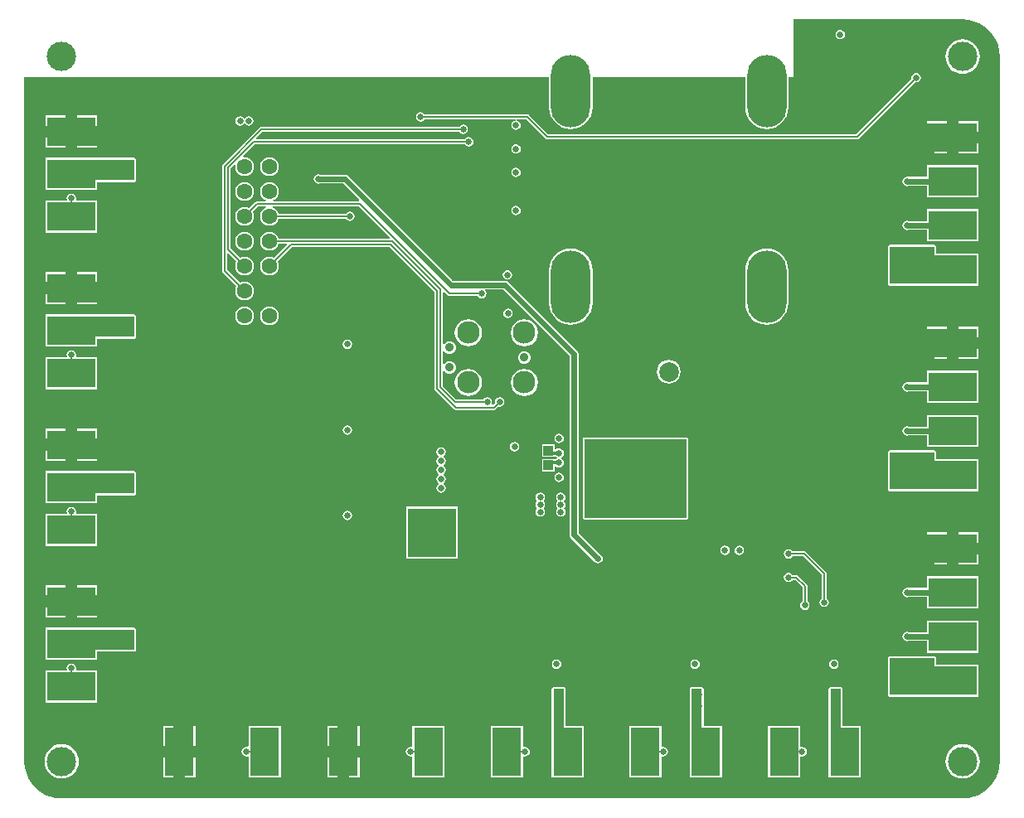
<source format=gbl>
%FSLAX25Y25*%
%MOIN*%
G70*
G01*
G75*
G04 Layer_Physical_Order=4*
G04 Layer_Color=16711680*
%ADD10C,0.00787*%
%ADD11R,0.02362X0.03543*%
%ADD12R,0.03543X0.02362*%
%ADD13R,0.07087X0.03543*%
%ADD14R,0.15354X0.07087*%
%ADD15R,0.21654X0.05118*%
%ADD16R,0.02756X0.02362*%
%ADD17R,0.03937X0.06693*%
%ADD18R,0.02165X0.00984*%
%ADD19R,0.02362X0.02756*%
%ADD20R,0.03827X0.03158*%
%ADD21R,0.06693X0.06693*%
%ADD22R,0.03150X0.01181*%
%ADD23R,0.01181X0.03150*%
%ADD24R,0.06102X0.02362*%
%ADD25R,0.03543X0.05906*%
%ADD26R,0.05906X0.03543*%
%ADD27R,0.19685X0.19685*%
%ADD28R,0.06693X0.14567*%
%ADD29R,0.07087X0.29528*%
%ADD30R,0.03937X0.03543*%
%ADD31R,0.01575X0.03150*%
%ADD32R,0.15354X0.24410*%
%ADD33R,0.12992X0.17323*%
%ADD34R,0.07087X0.15354*%
%ADD35R,0.05118X0.21654*%
%ADD36C,0.03150*%
%ADD37R,0.04921X0.04803*%
%ADD38R,0.02756X0.05118*%
%ADD39R,0.04724X0.13386*%
%ADD40R,0.02362X0.04134*%
%ADD41C,0.02362*%
%ADD42C,0.02559*%
%ADD43C,0.01181*%
%ADD44C,0.00984*%
%ADD45C,0.03543*%
%ADD46C,0.01575*%
%ADD47C,0.03150*%
%ADD48C,0.04724*%
%ADD49C,0.02756*%
%ADD50C,0.02165*%
%ADD51C,0.01772*%
%ADD52R,0.06200X0.09744*%
%ADD53R,0.06200X0.17300*%
%ADD54R,0.04035X0.13976*%
%ADD55R,0.13976X0.04035*%
%ADD56C,0.07874*%
%ADD57C,0.06299*%
%ADD58C,0.03543*%
%ADD59C,0.09055*%
%ADD60O,0.15748X0.29134*%
%ADD61C,0.11811*%
%ADD62C,0.02559*%
%ADD63C,0.04000*%
%ADD64C,0.10630*%
%ADD65C,0.06693*%
%ADD66C,0.12008*%
%ADD67O,0.18504X0.31890*%
%ADD68C,0.14567*%
%ADD69C,0.03543*%
%ADD70C,0.01969*%
%ADD71R,0.19685X0.11811*%
%ADD72R,0.11811X0.19685*%
%ADD73R,0.03937X0.03937*%
%ADD74R,0.19685X0.19685*%
%ADD75R,0.17421X0.08465*%
%ADD76R,0.17815X0.04429*%
%ADD77R,0.17815X0.04429*%
%ADD78R,0.17421X0.08465*%
%ADD79R,0.17815X0.04429*%
%ADD80R,0.17421X0.08465*%
%ADD81R,0.17421X0.08465*%
%ADD82R,0.17815X0.04429*%
%ADD83R,0.04429X0.17815*%
%ADD84R,0.04429X0.17815*%
%ADD85R,0.04429X0.16043*%
%ADD86R,0.17913X0.15157*%
G36*
X183442Y156505D02*
X185724Y155957D01*
X187893Y155059D01*
X189894Y153833D01*
X191679Y152308D01*
X193203Y150524D01*
X194429Y148523D01*
X195327Y146354D01*
X195875Y144072D01*
X196056Y141774D01*
X196048Y141733D01*
Y141732D01*
X196048D01*
X196048Y141732D01*
Y-141732D01*
X196048Y-141732D01*
X196048D01*
X196056Y-141774D01*
X195875Y-144072D01*
X195327Y-146354D01*
X194429Y-148523D01*
X193203Y-150524D01*
X191679Y-152308D01*
X189894Y-153833D01*
X187893Y-155059D01*
X185724Y-155957D01*
X183442Y-156505D01*
X181144Y-156686D01*
X181102Y-156677D01*
X-181102D01*
X-181144Y-156686D01*
X-183442Y-156505D01*
X-185724Y-155957D01*
X-187893Y-155059D01*
X-189894Y-153833D01*
X-191679Y-152308D01*
X-193203Y-150524D01*
X-194429Y-148523D01*
X-195327Y-146354D01*
X-195875Y-144072D01*
X-196056Y-141774D01*
X-196048Y-141732D01*
Y133366D01*
X14919D01*
Y121260D01*
X15086Y119562D01*
X15581Y117929D01*
X16385Y116424D01*
X17468Y115106D01*
X18787Y114023D01*
X20291Y113219D01*
X21924Y112724D01*
X23622Y112556D01*
X25320Y112724D01*
X26953Y113219D01*
X28457Y114023D01*
X29776Y115106D01*
X30858Y116424D01*
X31663Y117929D01*
X32158Y119562D01*
X32325Y121260D01*
Y133366D01*
X93659D01*
Y121260D01*
X93826Y119562D01*
X94321Y117929D01*
X95126Y116424D01*
X96208Y115106D01*
X97527Y114023D01*
X99032Y113219D01*
X100664Y112724D01*
X102362Y112556D01*
X104060Y112724D01*
X105693Y113219D01*
X107197Y114023D01*
X108516Y115106D01*
X109599Y116424D01*
X110403Y117929D01*
X110898Y119562D01*
X111065Y121260D01*
Y133366D01*
X113287D01*
Y150492D01*
Y156678D01*
X181102D01*
X181103Y156678D01*
Y156678D01*
X181144Y156686D01*
X183442Y156505D01*
D02*
G37*
%LPC*%
G36*
X91339Y-54885D02*
X90609Y-55030D01*
X89990Y-55443D01*
X89577Y-56062D01*
X89432Y-56791D01*
X89577Y-57521D01*
X89990Y-58140D01*
X90609Y-58553D01*
X91339Y-58698D01*
X92068Y-58553D01*
X92687Y-58140D01*
X93100Y-57521D01*
X93245Y-56791D01*
X93100Y-56062D01*
X92687Y-55443D01*
X92068Y-55030D01*
X91339Y-54885D01*
D02*
G37*
G36*
X85630D02*
X84900Y-55030D01*
X84282Y-55443D01*
X83868Y-56062D01*
X83723Y-56791D01*
X83868Y-57521D01*
X84282Y-58140D01*
X84900Y-58553D01*
X85630Y-58698D01*
X86360Y-58553D01*
X86978Y-58140D01*
X87392Y-57521D01*
X87537Y-56791D01*
X87392Y-56062D01*
X86978Y-55443D01*
X86360Y-55030D01*
X85630Y-54885D01*
D02*
G37*
G36*
X-21752Y-39272D02*
X-42618D01*
Y-60138D01*
X-21752D01*
Y-39272D01*
D02*
G37*
G36*
X187598Y-49606D02*
X179528D01*
Y-53740D01*
X187598D01*
Y-49606D01*
D02*
G37*
G36*
X174803D02*
X166732D01*
Y-53740D01*
X174803D01*
Y-49606D01*
D02*
G37*
G36*
X-177165Y-39432D02*
X-177895Y-39577D01*
X-178514Y-39990D01*
X-178927Y-40609D01*
X-179072Y-41339D01*
X-178992Y-41739D01*
X-179309Y-42126D01*
X-187599D01*
Y-55118D01*
X-166732D01*
Y-42126D01*
X-175021D01*
X-175338Y-41739D01*
X-175259Y-41339D01*
X-175404Y-40609D01*
X-175817Y-39990D01*
X-176436Y-39577D01*
X-177165Y-39432D01*
D02*
G37*
G36*
X187598Y-58465D02*
X179528D01*
Y-62598D01*
X187598D01*
Y-58465D01*
D02*
G37*
G36*
X-179528Y-70866D02*
X-187599D01*
Y-75000D01*
X-179528D01*
Y-70866D01*
D02*
G37*
G36*
X111122Y-56361D02*
X110392Y-56506D01*
X109774Y-56919D01*
X109361Y-57538D01*
X109215Y-58268D01*
X109361Y-58997D01*
X109774Y-59616D01*
X110392Y-60029D01*
X111122Y-60174D01*
X111852Y-60029D01*
X112470Y-59616D01*
X112701Y-59271D01*
X117104D01*
X124489Y-66656D01*
Y-73819D01*
X124489Y-73819D01*
X124489D01*
X124489Y-73819D01*
Y-76177D01*
X124144Y-76408D01*
X123731Y-77026D01*
X123585Y-77756D01*
X123731Y-78486D01*
X124144Y-79104D01*
X124762Y-79518D01*
X125492Y-79663D01*
X126222Y-79518D01*
X126840Y-79104D01*
X127254Y-78486D01*
X127399Y-77756D01*
X127254Y-77026D01*
X126840Y-76408D01*
X126496Y-76177D01*
Y-73819D01*
X126496Y-73819D01*
Y-66240D01*
X126419Y-65856D01*
X126202Y-65531D01*
X118229Y-57558D01*
X117904Y-57341D01*
X117520Y-57264D01*
X112701D01*
X112470Y-56919D01*
X111852Y-56506D01*
X111122Y-56361D01*
D02*
G37*
G36*
Y-65810D02*
X110392Y-65955D01*
X109774Y-66368D01*
X109361Y-66987D01*
X109215Y-67716D01*
X109361Y-68446D01*
X109774Y-69065D01*
X110392Y-69478D01*
X111122Y-69623D01*
X111852Y-69478D01*
X112470Y-69065D01*
X112701Y-68720D01*
X113758D01*
X116713Y-71675D01*
Y-77358D01*
X116368Y-77589D01*
X115955Y-78207D01*
X115810Y-78937D01*
X115955Y-79667D01*
X116368Y-80285D01*
X116987Y-80699D01*
X117717Y-80844D01*
X118446Y-80699D01*
X119065Y-80285D01*
X119478Y-79667D01*
X119623Y-78937D01*
X119478Y-78207D01*
X119065Y-77589D01*
X118720Y-77358D01*
Y-71260D01*
X118656Y-70939D01*
X118644Y-70876D01*
X118426Y-70550D01*
X114883Y-67007D01*
X114557Y-66789D01*
X114173Y-66713D01*
X112701D01*
X112470Y-66368D01*
X111852Y-65955D01*
X111122Y-65810D01*
D02*
G37*
G36*
X174803Y-58465D02*
X166732D01*
Y-62598D01*
X174803D01*
Y-58465D01*
D02*
G37*
G36*
X187598Y-67323D02*
X166732D01*
Y-72013D01*
X159363D01*
X158858Y-71912D01*
X158129Y-72057D01*
X157510Y-72471D01*
X157097Y-73089D01*
X156951Y-73819D01*
X157097Y-74549D01*
X157510Y-75167D01*
X158129Y-75581D01*
X158858Y-75726D01*
X159363Y-75625D01*
X166732D01*
Y-80315D01*
X187598D01*
Y-67323D01*
D02*
G37*
G36*
X-166732Y-70866D02*
X-174803D01*
Y-75000D01*
X-166732D01*
Y-70866D01*
D02*
G37*
G36*
X17126Y-14173D02*
X12008D01*
Y-19291D01*
X17126D01*
Y-19291D01*
X17750Y-19291D01*
X18103Y-19645D01*
Y-19931D01*
X17549Y-20301D01*
X17549Y-20301D01*
Y-20301D01*
X17473Y-20327D01*
X17126Y-20079D01*
Y-20079D01*
X12008D01*
Y-25197D01*
X17126D01*
Y-23281D01*
X17392Y-23103D01*
X17567Y-23010D01*
X18168Y-23411D01*
X18898Y-23556D01*
X19627Y-23411D01*
X20246Y-22998D01*
X20659Y-22379D01*
X20804Y-21650D01*
X20659Y-20920D01*
X20246Y-20301D01*
X19692Y-19931D01*
Y-19431D01*
X20246Y-19061D01*
X20659Y-18442D01*
X20804Y-17713D01*
X20659Y-16983D01*
X20246Y-16364D01*
X19627Y-15951D01*
X18898Y-15806D01*
X18168Y-15951D01*
X17567Y-16353D01*
X17392Y-16259D01*
X17126Y-16082D01*
Y-14173D01*
D02*
G37*
G36*
X-166732Y-16732D02*
X-174803D01*
Y-20866D01*
X-166732D01*
Y-16732D01*
D02*
G37*
G36*
X-179528D02*
X-187599D01*
Y-20866D01*
X-179528D01*
Y-16732D01*
D02*
G37*
G36*
X18894Y-9900D02*
X18164Y-10046D01*
X17545Y-10459D01*
X17132Y-11077D01*
X16987Y-11807D01*
X17132Y-12537D01*
X17545Y-13155D01*
X18164Y-13569D01*
X18894Y-13714D01*
X19623Y-13569D01*
X20242Y-13155D01*
X20655Y-12537D01*
X20800Y-11807D01*
X20655Y-11077D01*
X20242Y-10459D01*
X19623Y-10046D01*
X18894Y-9900D01*
D02*
G37*
G36*
X984Y-13349D02*
X255Y-13494D01*
X-364Y-13908D01*
X-777Y-14526D01*
X-922Y-15256D01*
X-777Y-15986D01*
X-364Y-16604D01*
X255Y-17018D01*
X984Y-17163D01*
X1714Y-17018D01*
X2332Y-16604D01*
X2746Y-15986D01*
X2891Y-15256D01*
X2746Y-14526D01*
X2332Y-13908D01*
X1714Y-13494D01*
X984Y-13349D01*
D02*
G37*
G36*
X-28535Y-15416D02*
X-29265Y-15561D01*
X-29884Y-15975D01*
X-30297Y-16593D01*
X-30442Y-17323D01*
X-30297Y-18053D01*
X-29884Y-18671D01*
X-29550Y-18894D01*
Y-19394D01*
X-29884Y-19616D01*
X-30297Y-20235D01*
X-30442Y-20965D01*
X-30297Y-21694D01*
X-29884Y-22313D01*
X-29550Y-22535D01*
Y-23035D01*
X-29884Y-23258D01*
X-30297Y-23877D01*
X-30442Y-24606D01*
X-30297Y-25336D01*
X-29884Y-25955D01*
X-29550Y-26177D01*
Y-26677D01*
X-29884Y-26900D01*
X-30297Y-27518D01*
X-30442Y-28248D01*
X-30297Y-28978D01*
X-29884Y-29596D01*
X-29550Y-29819D01*
Y-30319D01*
X-29884Y-30542D01*
X-30297Y-31160D01*
X-30442Y-31890D01*
X-30297Y-32619D01*
X-29884Y-33238D01*
X-29265Y-33651D01*
X-28535Y-33797D01*
X-27806Y-33651D01*
X-27187Y-33238D01*
X-26774Y-32619D01*
X-26629Y-31890D01*
X-26774Y-31160D01*
X-27187Y-30542D01*
X-27806Y-30128D01*
X-27187Y-29596D01*
D01*
D01*
X-27187Y-29596D01*
X-27187Y-29596D01*
X-27187Y-29596D01*
X-27187Y-29596D01*
D01*
X-26774Y-28978D01*
X-26629Y-28248D01*
X-26774Y-27518D01*
X-27187Y-26900D01*
X-27806Y-26487D01*
X-27187Y-25955D01*
D01*
D01*
X-27187Y-25955D01*
X-27187Y-25954D01*
X-27187Y-25954D01*
X-27187Y-25954D01*
D01*
X-26774Y-25336D01*
X-26629Y-24606D01*
X-26774Y-23877D01*
X-27187Y-23258D01*
X-27806Y-22845D01*
X-27187Y-22313D01*
D01*
D01*
X-27187Y-22313D01*
X-27187Y-22313D01*
X-27187Y-22313D01*
X-27187Y-22313D01*
D01*
X-26774Y-21694D01*
X-26629Y-20965D01*
X-26774Y-20235D01*
X-27187Y-19616D01*
X-27806Y-19203D01*
X-27187Y-18671D01*
D01*
D01*
X-27187Y-18671D01*
X-27187Y-18671D01*
X-27187Y-18671D01*
X-27187Y-18671D01*
D01*
X-26774Y-18053D01*
X-26629Y-17323D01*
X-26774Y-16593D01*
X-27187Y-15975D01*
X-27806Y-15561D01*
X-28535Y-15416D01*
D02*
G37*
G36*
X18894Y-25648D02*
X18164Y-25793D01*
X17545Y-26207D01*
X17132Y-26825D01*
X16987Y-27555D01*
X17132Y-28285D01*
X17545Y-28903D01*
X18164Y-29317D01*
X18894Y-29462D01*
X19623Y-29317D01*
X20242Y-28903D01*
X20655Y-28285D01*
X20800Y-27555D01*
X20655Y-26825D01*
X20242Y-26207D01*
X19623Y-25793D01*
X18894Y-25648D01*
D02*
G37*
G36*
X19587Y-33678D02*
X18857Y-33823D01*
X18238Y-34236D01*
X17825Y-34855D01*
X17680Y-35585D01*
X17825Y-36314D01*
X18238Y-36933D01*
Y-37136D01*
X17825Y-37755D01*
X17680Y-38484D01*
X17825Y-39214D01*
X18238Y-39833D01*
Y-40036D01*
X17825Y-40655D01*
X17680Y-41385D01*
X17825Y-42114D01*
X18238Y-42733D01*
X18857Y-43146D01*
X19587Y-43291D01*
X20316Y-43146D01*
X20935Y-42733D01*
X21348Y-42114D01*
X21493Y-41385D01*
X21348Y-40655D01*
X20935Y-40036D01*
Y-39833D01*
X21348Y-39214D01*
X21493Y-38484D01*
X21348Y-37755D01*
X20935Y-37136D01*
Y-36933D01*
X21348Y-36314D01*
X21493Y-35585D01*
X21348Y-34855D01*
X20935Y-34236D01*
X20316Y-33823D01*
X19587Y-33678D01*
D02*
G37*
G36*
X70276Y-11565D02*
X29134D01*
X29017Y-11614D01*
X28543D01*
Y-12087D01*
X28495Y-12205D01*
Y-43898D01*
X28682Y-44350D01*
X29134Y-44537D01*
X70276D01*
X70728Y-44350D01*
X70915Y-43898D01*
Y-12205D01*
X70728Y-11753D01*
X70276Y-11565D01*
D02*
G37*
G36*
X-66142Y-41007D02*
X-66872Y-41152D01*
X-67490Y-41565D01*
X-67903Y-42184D01*
X-68049Y-42913D01*
X-67903Y-43643D01*
X-67490Y-44262D01*
X-66872Y-44675D01*
X-66142Y-44820D01*
X-65412Y-44675D01*
X-64794Y-44262D01*
X-64380Y-43643D01*
X-64235Y-42913D01*
X-64380Y-42184D01*
X-64794Y-41565D01*
X-65412Y-41152D01*
X-66142Y-41007D01*
D02*
G37*
G36*
X169783Y-16684D02*
X151870D01*
X151418Y-16871D01*
X151231Y-17323D01*
Y-32480D01*
X151418Y-32932D01*
X151870Y-33119D01*
X169783D01*
X169901Y-33071D01*
X187598D01*
Y-20079D01*
X170423D01*
Y-17323D01*
X170235Y-16871D01*
X169783Y-16684D01*
D02*
G37*
G36*
X-151870Y-24951D02*
X-169291D01*
X-169409Y-25000D01*
X-187599D01*
Y-37992D01*
X-166732D01*
Y-34694D01*
X-151870D01*
X-151418Y-34507D01*
X-151231Y-34055D01*
Y-25591D01*
X-151418Y-25139D01*
X-151870Y-24951D01*
D02*
G37*
G36*
X11319Y-33678D02*
X10589Y-33823D01*
X9971Y-34236D01*
X9557Y-34855D01*
X9412Y-35584D01*
X9557Y-36314D01*
X9971Y-36933D01*
Y-37136D01*
X9557Y-37755D01*
X9412Y-38484D01*
X9557Y-39214D01*
X9971Y-39832D01*
Y-40036D01*
X9557Y-40655D01*
X9412Y-41384D01*
X9557Y-42114D01*
X9971Y-42733D01*
X10589Y-43146D01*
X11319Y-43291D01*
X12049Y-43146D01*
X12667Y-42733D01*
X13081Y-42114D01*
X13226Y-41384D01*
X13081Y-40655D01*
X12667Y-40036D01*
Y-39832D01*
X13081Y-39214D01*
X13226Y-38484D01*
X13081Y-37755D01*
X12667Y-37136D01*
Y-36933D01*
X13081Y-36314D01*
X13226Y-35584D01*
X13081Y-34855D01*
X12667Y-34236D01*
X12049Y-33823D01*
X11319Y-33678D01*
D02*
G37*
G36*
X-166732Y-79724D02*
X-174803D01*
Y-83858D01*
X-166732D01*
Y-79724D01*
D02*
G37*
G36*
X4429Y-127362D02*
X-8563D01*
Y-148228D01*
X4429D01*
Y-139939D01*
X4816Y-139622D01*
X5217Y-139702D01*
X5946Y-139557D01*
X6565Y-139144D01*
X6978Y-138525D01*
X7123Y-137795D01*
X6978Y-137066D01*
X6565Y-136447D01*
X5946Y-136034D01*
X5217Y-135889D01*
X4816Y-135968D01*
X4429Y-135651D01*
Y-127362D01*
D02*
G37*
G36*
X132283Y-111861D02*
X127854D01*
X127402Y-112048D01*
X127215Y-112500D01*
Y-128543D01*
X127264Y-128661D01*
Y-148228D01*
X140256D01*
Y-127362D01*
X132923D01*
Y-112500D01*
X132736Y-112048D01*
X132283Y-111861D01*
D02*
G37*
G36*
X76477D02*
X72047D01*
X71595Y-112048D01*
X71408Y-112500D01*
Y-128543D01*
X71457Y-128661D01*
Y-148228D01*
X84449D01*
Y-127362D01*
X77116D01*
Y-112500D01*
X76928Y-112048D01*
X76477Y-111861D01*
D02*
G37*
G36*
X-93012Y-127362D02*
X-106004D01*
Y-135651D01*
X-106390Y-135968D01*
X-106791Y-135889D01*
X-107521Y-136034D01*
X-108140Y-136447D01*
X-108553Y-137066D01*
X-108698Y-137795D01*
X-108553Y-138525D01*
X-108140Y-139144D01*
X-107521Y-139557D01*
X-106791Y-139702D01*
X-106390Y-139622D01*
X-106004Y-139939D01*
Y-148228D01*
X-93012D01*
Y-127362D01*
D02*
G37*
G36*
X115846D02*
X102854D01*
Y-148228D01*
X115846D01*
Y-139939D01*
X116233Y-139622D01*
X116634Y-139702D01*
X117364Y-139557D01*
X117982Y-139144D01*
X118395Y-138525D01*
X118541Y-137795D01*
X118395Y-137066D01*
X117982Y-136447D01*
X117364Y-136034D01*
X116634Y-135889D01*
X116233Y-135968D01*
X115846Y-135651D01*
Y-127362D01*
D02*
G37*
G36*
X60039D02*
X47047D01*
Y-148228D01*
X60039D01*
Y-139939D01*
X60426Y-139622D01*
X60827Y-139702D01*
X61556Y-139557D01*
X62175Y-139144D01*
X62588Y-138525D01*
X62733Y-137795D01*
X62588Y-137066D01*
X62175Y-136447D01*
X61556Y-136034D01*
X60827Y-135889D01*
X60426Y-135968D01*
X60039Y-135651D01*
Y-127362D01*
D02*
G37*
G36*
X20866Y-111861D02*
X16437D01*
X15985Y-112048D01*
X15798Y-112500D01*
Y-128543D01*
X15846Y-128661D01*
Y-148228D01*
X28839D01*
Y-127362D01*
X21505D01*
Y-112500D01*
X21318Y-112048D01*
X20866Y-111861D01*
D02*
G37*
G36*
X-136122Y-140157D02*
X-140256D01*
Y-148228D01*
X-136122D01*
Y-140157D01*
D02*
G37*
G36*
X181103Y-134809D02*
X179752Y-134942D01*
X178453Y-135336D01*
X177256Y-135976D01*
X176207Y-136837D01*
X175346Y-137886D01*
X174706Y-139083D01*
X174312Y-140382D01*
X174179Y-141732D01*
X174312Y-143083D01*
X174706Y-144382D01*
X175346Y-145579D01*
X176207Y-146628D01*
X177256Y-147489D01*
X178453Y-148128D01*
X179752Y-148522D01*
X181103Y-148655D01*
X182453Y-148522D01*
X183752Y-148128D01*
X184949Y-147489D01*
X185998Y-146628D01*
X186859Y-145579D01*
X187499Y-144382D01*
X187892Y-143083D01*
X188026Y-141732D01*
X187892Y-140382D01*
X187499Y-139083D01*
X186859Y-137886D01*
X185998Y-136837D01*
X184949Y-135976D01*
X183752Y-135336D01*
X182453Y-134942D01*
X181103Y-134809D01*
D02*
G37*
G36*
X-181102D02*
X-182453Y-134942D01*
X-183752Y-135336D01*
X-184949Y-135976D01*
X-185998Y-136837D01*
X-186859Y-137886D01*
X-187499Y-139083D01*
X-187892Y-140382D01*
X-188025Y-141732D01*
X-187892Y-143083D01*
X-187499Y-144382D01*
X-186859Y-145579D01*
X-185998Y-146628D01*
X-184949Y-147489D01*
X-183752Y-148128D01*
X-182453Y-148522D01*
X-181102Y-148655D01*
X-179752Y-148522D01*
X-178453Y-148128D01*
X-177256Y-147489D01*
X-176207Y-146628D01*
X-175346Y-145579D01*
X-174706Y-144382D01*
X-174312Y-143083D01*
X-174179Y-141732D01*
X-174312Y-140382D01*
X-174706Y-139083D01*
X-175346Y-137886D01*
X-176207Y-136837D01*
X-177256Y-135976D01*
X-178453Y-135336D01*
X-179752Y-134942D01*
X-181102Y-134809D01*
D02*
G37*
G36*
X-61319Y-140157D02*
X-65453D01*
Y-148228D01*
X-61319D01*
Y-140157D01*
D02*
G37*
G36*
X-70177D02*
X-74311D01*
Y-148228D01*
X-70177D01*
Y-140157D01*
D02*
G37*
G36*
X-127264D02*
X-131398D01*
Y-148228D01*
X-127264D01*
Y-140157D01*
D02*
G37*
G36*
X129331Y-100751D02*
X128601Y-100896D01*
X127982Y-101309D01*
X127569Y-101928D01*
X127424Y-102657D01*
X127569Y-103387D01*
X127982Y-104006D01*
X128601Y-104419D01*
X129331Y-104564D01*
X130060Y-104419D01*
X130679Y-104006D01*
X131092Y-103387D01*
X131237Y-102657D01*
X131092Y-101928D01*
X130679Y-101309D01*
X130060Y-100896D01*
X129331Y-100751D01*
D02*
G37*
G36*
X73622D02*
X72892Y-100896D01*
X72274Y-101309D01*
X71861Y-101928D01*
X71715Y-102657D01*
X71861Y-103387D01*
X72274Y-104006D01*
X72892Y-104419D01*
X73622Y-104564D01*
X74352Y-104419D01*
X74970Y-104006D01*
X75384Y-103387D01*
X75529Y-102657D01*
X75384Y-101928D01*
X74970Y-101309D01*
X74352Y-100896D01*
X73622Y-100751D01*
D02*
G37*
G36*
X17913D02*
X17184Y-100896D01*
X16565Y-101309D01*
X16152Y-101928D01*
X16007Y-102657D01*
X16152Y-103387D01*
X16565Y-104006D01*
X17184Y-104419D01*
X17913Y-104564D01*
X18643Y-104419D01*
X19262Y-104006D01*
X19675Y-103387D01*
X19820Y-102657D01*
X19675Y-101928D01*
X19262Y-101309D01*
X18643Y-100896D01*
X17913Y-100751D01*
D02*
G37*
G36*
X-179528Y-79724D02*
X-187599D01*
Y-83858D01*
X-179528D01*
Y-79724D01*
D02*
G37*
G36*
X187598Y-85039D02*
X166732D01*
Y-89729D01*
X159363D01*
X158858Y-89629D01*
X158129Y-89774D01*
X157510Y-90187D01*
X157097Y-90806D01*
X156951Y-91535D01*
X157097Y-92265D01*
X157510Y-92884D01*
X158129Y-93297D01*
X158858Y-93442D01*
X159363Y-93342D01*
X166732D01*
Y-98032D01*
X187598D01*
Y-85039D01*
D02*
G37*
G36*
X-151870Y-87944D02*
X-169291D01*
X-169409Y-87992D01*
X-187599D01*
Y-100984D01*
X-166732D01*
Y-97686D01*
X-151870D01*
X-151418Y-97499D01*
X-151231Y-97047D01*
Y-88583D01*
X-151418Y-88131D01*
X-151870Y-87944D01*
D02*
G37*
G36*
X169783Y-99361D02*
X151870D01*
X151418Y-99548D01*
X151231Y-100000D01*
Y-115157D01*
X151418Y-115610D01*
X151870Y-115797D01*
X169783D01*
X169901Y-115748D01*
X187598D01*
Y-102756D01*
X170423D01*
Y-100000D01*
X170235Y-99548D01*
X169783Y-99361D01*
D02*
G37*
G36*
X-127264Y-127362D02*
X-131398D01*
Y-135433D01*
X-127264D01*
Y-127362D01*
D02*
G37*
G36*
X-136122D02*
X-140256D01*
Y-135433D01*
X-136122D01*
Y-127362D01*
D02*
G37*
G36*
X-27067D02*
X-40059D01*
Y-135651D01*
X-40446Y-135968D01*
X-40846Y-135889D01*
X-41576Y-136034D01*
X-42195Y-136447D01*
X-42608Y-137066D01*
X-42753Y-137795D01*
X-42608Y-138525D01*
X-42195Y-139144D01*
X-41576Y-139557D01*
X-40846Y-139702D01*
X-40446Y-139622D01*
X-40059Y-139939D01*
Y-148228D01*
X-27067D01*
Y-127362D01*
D02*
G37*
G36*
X-177165Y-102424D02*
X-177895Y-102569D01*
X-178514Y-102982D01*
X-178927Y-103601D01*
X-179072Y-104331D01*
X-178992Y-104732D01*
X-179309Y-105118D01*
X-187599D01*
Y-118110D01*
X-166732D01*
Y-105118D01*
X-175021D01*
X-175338Y-104732D01*
X-175259Y-104331D01*
X-175404Y-103601D01*
X-175817Y-102982D01*
X-176436Y-102569D01*
X-177165Y-102424D01*
D02*
G37*
G36*
X-61319Y-127362D02*
X-65453D01*
Y-135433D01*
X-61319D01*
Y-127362D01*
D02*
G37*
G36*
X-70177D02*
X-74311D01*
Y-135433D01*
X-70177D01*
Y-127362D01*
D02*
G37*
G36*
X-151870Y101033D02*
X-169291D01*
X-169409Y100984D01*
X-187599D01*
Y87992D01*
X-166732D01*
Y91290D01*
X-151870D01*
X-151418Y91477D01*
X-151231Y91929D01*
Y100394D01*
X-151418Y100846D01*
X-151870Y101033D01*
D02*
G37*
G36*
X-107559Y91292D02*
X-108536Y91163D01*
X-109445Y90787D01*
X-110227Y90187D01*
X-110826Y89406D01*
X-111203Y88496D01*
X-111332Y87520D01*
X-111203Y86543D01*
X-110826Y85633D01*
X-110227Y84852D01*
X-109445Y84253D01*
X-108536Y83876D01*
X-107559Y83747D01*
X-106583Y83876D01*
X-105673Y84253D01*
X-104892Y84852D01*
X-104292Y85633D01*
X-103915Y86543D01*
X-103787Y87520D01*
X-103915Y88496D01*
X-104292Y89406D01*
X-104892Y90187D01*
X-105673Y90787D01*
X-106583Y91163D01*
X-107559Y91292D01*
D02*
G37*
G36*
X-77835Y94367D02*
X-78564Y94222D01*
X-79183Y93809D01*
X-79596Y93190D01*
X-79741Y92461D01*
X-79596Y91731D01*
X-79183Y91112D01*
X-78564Y90699D01*
X-77835Y90554D01*
X-77330Y90654D01*
X-68012D01*
X-61402Y84044D01*
X-61593Y83582D01*
X-96010D01*
X-96107Y84073D01*
X-95673Y84253D01*
X-94892Y84852D01*
X-94292Y85633D01*
X-93915Y86543D01*
X-93787Y87520D01*
X-93915Y88496D01*
X-94292Y89406D01*
X-94892Y90187D01*
X-95673Y90787D01*
X-96583Y91163D01*
X-97559Y91292D01*
X-98536Y91163D01*
X-99445Y90787D01*
X-100227Y90187D01*
X-100826Y89406D01*
X-101203Y88496D01*
X-101332Y87520D01*
X-101203Y86543D01*
X-100826Y85633D01*
X-100227Y84852D01*
X-99445Y84253D01*
X-99011Y84073D01*
X-99108Y83582D01*
X-102500D01*
X-102884Y83506D01*
X-103210Y83288D01*
X-105700Y80798D01*
X-106583Y81164D01*
X-107559Y81292D01*
X-108536Y81164D01*
X-109445Y80787D01*
X-110227Y80187D01*
X-110826Y79406D01*
X-111203Y78496D01*
X-111332Y77520D01*
X-111203Y76543D01*
X-110826Y75633D01*
X-110227Y74852D01*
X-109445Y74253D01*
X-108536Y73876D01*
X-107559Y73747D01*
X-106583Y73876D01*
X-105673Y74253D01*
X-104892Y74852D01*
X-104292Y75633D01*
X-103915Y76543D01*
X-103787Y77520D01*
X-103915Y78496D01*
X-104281Y79379D01*
X-102084Y81575D01*
X-98823D01*
X-98725Y81085D01*
X-99445Y80787D01*
X-100227Y80187D01*
X-100826Y79406D01*
X-101203Y78496D01*
X-101332Y77520D01*
X-101203Y76543D01*
X-100826Y75633D01*
X-100227Y74852D01*
X-99445Y74253D01*
X-98536Y73876D01*
X-97559Y73747D01*
X-96583Y73876D01*
X-95673Y74253D01*
X-94892Y74852D01*
X-94292Y75633D01*
X-93927Y76516D01*
X-66736D01*
X-66506Y76171D01*
X-65887Y75758D01*
X-65158Y75613D01*
X-64428Y75758D01*
X-63809Y76171D01*
X-63396Y76790D01*
X-63251Y77520D01*
X-63396Y78249D01*
X-63809Y78868D01*
X-64428Y79281D01*
X-65158Y79426D01*
X-65887Y79281D01*
X-66506Y78868D01*
X-66736Y78523D01*
X-93927D01*
X-94292Y79406D01*
X-94892Y80187D01*
X-95673Y80787D01*
X-96393Y81085D01*
X-96295Y81575D01*
X-61735D01*
X-49144Y68985D01*
X-49336Y68523D01*
X-93927D01*
X-94292Y69406D01*
X-94892Y70187D01*
X-95673Y70787D01*
X-96583Y71163D01*
X-97559Y71292D01*
X-98536Y71163D01*
X-99445Y70787D01*
X-100227Y70187D01*
X-100826Y69406D01*
X-101203Y68496D01*
X-101332Y67520D01*
X-101203Y66543D01*
X-100826Y65633D01*
X-100227Y64852D01*
X-99445Y64253D01*
X-98536Y63876D01*
X-97559Y63747D01*
X-96583Y63876D01*
X-95673Y64253D01*
X-94892Y64852D01*
X-94292Y65633D01*
X-93927Y66516D01*
X-90635D01*
X-90444Y66054D01*
X-95700Y60798D01*
X-96583Y61164D01*
X-97559Y61292D01*
X-98536Y61164D01*
X-99445Y60787D01*
X-100227Y60187D01*
X-100826Y59406D01*
X-101203Y58496D01*
X-101332Y57520D01*
X-101203Y56543D01*
X-100826Y55633D01*
X-100227Y54852D01*
X-99445Y54253D01*
X-98536Y53876D01*
X-97559Y53747D01*
X-96583Y53876D01*
X-95673Y54253D01*
X-94892Y54852D01*
X-94292Y55633D01*
X-93915Y56543D01*
X-93787Y57520D01*
X-93915Y58496D01*
X-94281Y59379D01*
X-88521Y65138D01*
X-49195D01*
X-31122Y47065D01*
Y8189D01*
X-31122Y8189D01*
X-31122D01*
X-31045Y7805D01*
X-30828Y7480D01*
X-23229Y-119D01*
X-22904Y-337D01*
X-22520Y-413D01*
X-7283D01*
X-6899Y-337D01*
X-6574Y-119D01*
X-5426Y1029D01*
X-5020Y948D01*
X-4290Y1093D01*
X-3671Y1506D01*
X-3258Y2125D01*
X-3113Y2854D01*
X-3258Y3584D01*
X-3671Y4203D01*
X-4290Y4616D01*
X-5020Y4761D01*
X-5749Y4616D01*
X-6368Y4203D01*
X-6781Y3584D01*
X-6926Y2854D01*
X-6846Y2448D01*
X-7652Y1641D01*
X-8147Y1715D01*
X-8318Y2035D01*
X-8258Y2125D01*
X-8113Y2854D01*
X-8258Y3584D01*
X-8671Y4203D01*
X-9290Y4616D01*
X-10020Y4761D01*
X-10749Y4616D01*
X-11368Y4203D01*
X-11598Y3858D01*
X-22419D01*
X-27737Y9176D01*
Y15156D01*
X-27263Y15316D01*
X-26904Y14848D01*
X-26369Y14438D01*
X-25747Y14180D01*
X-25079Y14092D01*
X-24411Y14180D01*
X-23788Y14438D01*
X-23254Y14848D01*
X-22843Y15383D01*
X-22586Y16005D01*
X-22498Y16673D01*
X-22586Y17341D01*
X-22843Y17964D01*
X-23254Y18498D01*
X-23788Y18909D01*
X-24411Y19166D01*
X-25079Y19254D01*
X-25747Y19166D01*
X-26369Y18909D01*
X-26904Y18498D01*
X-27263Y18030D01*
X-27737Y18191D01*
Y23148D01*
X-27263Y23308D01*
X-26904Y22840D01*
X-26369Y22430D01*
X-25747Y22172D01*
X-25079Y22084D01*
X-24411Y22172D01*
X-23788Y22430D01*
X-23254Y22840D01*
X-22843Y23375D01*
X-22586Y23997D01*
X-22498Y24665D01*
X-22586Y25333D01*
X-22843Y25956D01*
X-23254Y26491D01*
X-23788Y26901D01*
X-24411Y27158D01*
X-25079Y27246D01*
X-25747Y27158D01*
X-26369Y26901D01*
X-26904Y26491D01*
X-27263Y26022D01*
X-27737Y26183D01*
Y46924D01*
X-27275Y47115D01*
X-25808Y45649D01*
X-25482Y45431D01*
X-25098Y45355D01*
X-13783D01*
X-13553Y45010D01*
X-12934Y44597D01*
X-12205Y44451D01*
X-11475Y44597D01*
X-10857Y45010D01*
X-10443Y45629D01*
X-10298Y46358D01*
X-10443Y47088D01*
X-10857Y47706D01*
X-10768Y47997D01*
X-3504D01*
X23095Y21397D01*
Y-50590D01*
X23095Y-50590D01*
X23095D01*
X23233Y-51282D01*
X23624Y-51868D01*
X32913Y-61157D01*
X33199Y-61584D01*
X33818Y-61998D01*
X34547Y-62143D01*
X35277Y-61998D01*
X35895Y-61584D01*
X36309Y-60966D01*
X36454Y-60236D01*
X36309Y-59506D01*
X35895Y-58888D01*
X35468Y-58602D01*
X26708Y-49842D01*
Y22146D01*
X26570Y22837D01*
X26179Y23423D01*
X-1479Y51080D01*
X-2065Y51472D01*
X-2756Y51609D01*
X-23858D01*
X-65987Y93738D01*
X-66572Y94130D01*
X-67264Y94267D01*
X-77330D01*
X-77835Y94367D01*
D02*
G37*
G36*
X-97559Y101292D02*
X-98536Y101163D01*
X-99445Y100787D01*
X-100227Y100187D01*
X-100826Y99406D01*
X-101203Y98496D01*
X-101332Y97520D01*
X-101203Y96543D01*
X-100826Y95633D01*
X-100227Y94852D01*
X-99445Y94253D01*
X-98536Y93876D01*
X-97559Y93747D01*
X-96583Y93876D01*
X-95673Y94253D01*
X-94892Y94852D01*
X-94292Y95633D01*
X-93915Y96543D01*
X-93787Y97520D01*
X-93915Y98496D01*
X-94292Y99406D01*
X-94892Y100187D01*
X-95673Y100787D01*
X-96583Y101163D01*
X-97559Y101292D01*
D02*
G37*
G36*
X187598Y98032D02*
X166732D01*
Y93342D01*
X159363D01*
X158858Y93442D01*
X158129Y93297D01*
X157510Y92884D01*
X157097Y92265D01*
X156951Y91535D01*
X157097Y90806D01*
X157510Y90187D01*
X158129Y89774D01*
X158858Y89629D01*
X159363Y89729D01*
X166732D01*
Y85039D01*
X187598D01*
Y98032D01*
D02*
G37*
G36*
X1575Y97084D02*
X845Y96939D01*
X227Y96525D01*
X-187Y95907D01*
X-332Y95177D01*
X-187Y94447D01*
X227Y93829D01*
X845Y93416D01*
X1575Y93270D01*
X2304Y93416D01*
X2923Y93829D01*
X3336Y94447D01*
X3481Y95177D01*
X3336Y95907D01*
X2923Y96525D01*
X2304Y96939D01*
X1575Y97084D01*
D02*
G37*
G36*
Y81730D02*
X845Y81584D01*
X227Y81171D01*
X-187Y80553D01*
X-332Y79823D01*
X-187Y79093D01*
X227Y78475D01*
X845Y78061D01*
X1575Y77916D01*
X2304Y78061D01*
X2923Y78475D01*
X3336Y79093D01*
X3481Y79823D01*
X3336Y80553D01*
X2923Y81171D01*
X2304Y81584D01*
X1575Y81730D01*
D02*
G37*
G36*
X-1870Y55844D02*
X-2600Y55699D01*
X-3218Y55285D01*
X-3632Y54667D01*
X-3777Y53937D01*
X-3632Y53207D01*
X-3218Y52589D01*
X-2600Y52175D01*
X-1870Y52030D01*
X-1140Y52175D01*
X-522Y52589D01*
X-108Y53207D01*
X37Y53937D01*
X-108Y54667D01*
X-522Y55285D01*
X-1140Y55699D01*
X-1870Y55844D01*
D02*
G37*
G36*
X-166732Y55118D02*
X-174803D01*
Y50984D01*
X-166732D01*
Y55118D01*
D02*
G37*
G36*
X-179528D02*
X-187599D01*
Y50984D01*
X-179528D01*
Y55118D01*
D02*
G37*
G36*
X187598Y80315D02*
X166732D01*
Y75625D01*
X159363D01*
X158858Y75726D01*
X158129Y75581D01*
X157510Y75167D01*
X157097Y74549D01*
X156951Y73819D01*
X157097Y73089D01*
X157510Y72471D01*
X158129Y72057D01*
X158858Y71912D01*
X159363Y72013D01*
X166732D01*
Y67323D01*
X187598D01*
Y80315D01*
D02*
G37*
G36*
X-177165Y86552D02*
X-177895Y86407D01*
X-178514Y85994D01*
X-178927Y85375D01*
X-179072Y84646D01*
X-178992Y84245D01*
X-179309Y83858D01*
X-187599D01*
Y70866D01*
X-166732D01*
Y83858D01*
X-175021D01*
X-175338Y84245D01*
X-175259Y84646D01*
X-175404Y85375D01*
X-175817Y85994D01*
X-176436Y86407D01*
X-177165Y86552D01*
D02*
G37*
G36*
X-107559Y71292D02*
X-108536Y71163D01*
X-109445Y70787D01*
X-110227Y70187D01*
X-110826Y69406D01*
X-111203Y68496D01*
X-111332Y67520D01*
X-111203Y66543D01*
X-110826Y65633D01*
X-110227Y64852D01*
X-109445Y64253D01*
X-108536Y63876D01*
X-107559Y63747D01*
X-106583Y63876D01*
X-105673Y64253D01*
X-104892Y64852D01*
X-104292Y65633D01*
X-103915Y66543D01*
X-103787Y67520D01*
X-103915Y68496D01*
X-104292Y69406D01*
X-104892Y70187D01*
X-105673Y70787D01*
X-106583Y71163D01*
X-107559Y71292D01*
D02*
G37*
G36*
X1575Y106533D02*
X845Y106388D01*
X227Y105974D01*
X-187Y105356D01*
X-332Y104626D01*
X-187Y103896D01*
X227Y103278D01*
X845Y102864D01*
X1575Y102719D01*
X2304Y102864D01*
X2923Y103278D01*
X3336Y103896D01*
X3481Y104626D01*
X3336Y105356D01*
X2923Y105974D01*
X2304Y106388D01*
X1575Y106533D01*
D02*
G37*
G36*
X-105807Y117753D02*
X-106537Y117608D01*
X-107155Y117195D01*
X-107329Y116935D01*
X-107829D01*
X-108002Y117195D01*
X-108621Y117608D01*
X-109350Y117753D01*
X-110080Y117608D01*
X-110699Y117195D01*
X-111112Y116576D01*
X-111257Y115847D01*
X-111112Y115117D01*
X-110699Y114498D01*
X-110080Y114085D01*
X-109350Y113940D01*
X-108621Y114085D01*
X-108002Y114498D01*
X-107829Y114758D01*
X-107329D01*
X-107155Y114498D01*
X-106537Y114085D01*
X-105807Y113940D01*
X-105077Y114085D01*
X-104459Y114498D01*
X-104045Y115117D01*
X-103900Y115847D01*
X-104045Y116576D01*
X-104459Y117195D01*
X-105077Y117608D01*
X-105807Y117753D01*
D02*
G37*
G36*
X-166732Y118110D02*
X-174803D01*
Y113977D01*
X-166732D01*
Y118110D01*
D02*
G37*
G36*
X-179528D02*
X-187599D01*
Y113977D01*
X-179528D01*
Y118110D01*
D02*
G37*
G36*
X131890Y152497D02*
X131160Y152352D01*
X130542Y151939D01*
X130128Y151320D01*
X129983Y150591D01*
X130128Y149861D01*
X130542Y149242D01*
X131160Y148829D01*
X131890Y148684D01*
X132619Y148829D01*
X133238Y149242D01*
X133651Y149861D01*
X133797Y150591D01*
X133651Y151320D01*
X133238Y151939D01*
X132619Y152352D01*
X131890Y152497D01*
D02*
G37*
G36*
X181103Y148655D02*
X179752Y148522D01*
X178453Y148128D01*
X177256Y147489D01*
X176207Y146628D01*
X175346Y145579D01*
X174706Y144382D01*
X174312Y143083D01*
X174179Y141732D01*
X174312Y140382D01*
X174706Y139083D01*
X175346Y137886D01*
X176207Y136837D01*
X177256Y135976D01*
X178453Y135336D01*
X179752Y134942D01*
X181103Y134809D01*
X182453Y134942D01*
X183752Y135336D01*
X184949Y135976D01*
X185998Y136837D01*
X186859Y137886D01*
X187499Y139083D01*
X187892Y140382D01*
X188026Y141732D01*
X187892Y143083D01*
X187499Y144382D01*
X186859Y145579D01*
X185998Y146628D01*
X184949Y147489D01*
X183752Y148128D01*
X182453Y148522D01*
X181103Y148655D01*
D02*
G37*
G36*
X162402Y135174D02*
X161672Y135029D01*
X161053Y134616D01*
X160640Y133997D01*
X160495Y133268D01*
X160576Y132861D01*
X138265Y110551D01*
X14589D01*
X6969Y118170D01*
X6644Y118388D01*
X6260Y118464D01*
X-35173D01*
X-35404Y118809D01*
X-36022Y119222D01*
X-36752Y119367D01*
X-37482Y119222D01*
X-38100Y118809D01*
X-38514Y118190D01*
X-38659Y117461D01*
X-38514Y116731D01*
X-38100Y116112D01*
X-37482Y115699D01*
X-36752Y115554D01*
X-36022Y115699D01*
X-35404Y116112D01*
X-35173Y116457D01*
X1415D01*
X1464Y115960D01*
X1464Y115960D01*
X1464D01*
X845Y115836D01*
X227Y115423D01*
X-187Y114804D01*
X-332Y114075D01*
X-187Y113345D01*
X227Y112727D01*
X845Y112313D01*
X1575Y112168D01*
X2304Y112313D01*
X2923Y112727D01*
X3336Y113345D01*
X3481Y114075D01*
X3336Y114804D01*
X2923Y115423D01*
X2304Y115836D01*
X1685Y115960D01*
X1734Y116457D01*
X5844D01*
X13464Y108838D01*
X13789Y108620D01*
X14173Y108544D01*
X138681D01*
X139065Y108620D01*
X139391Y108838D01*
X161995Y131442D01*
X162402Y131361D01*
X163131Y131506D01*
X163750Y131920D01*
X164163Y132538D01*
X164308Y133268D01*
X164163Y133997D01*
X163750Y134616D01*
X163131Y135029D01*
X162402Y135174D01*
D02*
G37*
G36*
X187598Y115748D02*
X179528D01*
Y111614D01*
X187598D01*
Y115748D01*
D02*
G37*
G36*
X-179528Y109252D02*
X-187599D01*
Y105118D01*
X-179528D01*
Y109252D01*
D02*
G37*
G36*
X187598Y106890D02*
X179528D01*
Y102756D01*
X187598D01*
Y106890D01*
D02*
G37*
G36*
X174803D02*
X166732D01*
Y102756D01*
X174803D01*
Y106890D01*
D02*
G37*
G36*
Y115748D02*
X166732D01*
Y111614D01*
X174803D01*
Y115748D01*
D02*
G37*
G36*
X-19665Y114328D02*
X-20395Y114183D01*
X-21014Y113769D01*
X-21244Y113425D01*
X-100866D01*
X-101250Y113348D01*
X-101358Y113276D01*
X-101576Y113131D01*
X-116359Y98347D01*
X-116577Y98022D01*
X-116653Y97638D01*
Y55610D01*
X-116653Y55610D01*
X-116653D01*
X-116577Y55226D01*
X-116359Y54900D01*
X-110837Y49379D01*
X-111203Y48496D01*
X-111332Y47520D01*
X-111203Y46543D01*
X-110826Y45633D01*
X-110227Y44852D01*
X-109445Y44253D01*
X-108536Y43876D01*
X-107559Y43747D01*
X-106583Y43876D01*
X-105673Y44253D01*
X-104892Y44852D01*
X-104292Y45633D01*
X-103915Y46543D01*
X-103787Y47520D01*
X-103915Y48496D01*
X-104292Y49406D01*
X-104892Y50187D01*
X-105673Y50787D01*
X-106583Y51164D01*
X-107559Y51292D01*
X-108536Y51164D01*
X-109418Y50798D01*
X-114646Y56026D01*
Y62534D01*
X-114184Y62725D01*
X-110837Y59379D01*
X-111203Y58496D01*
X-111332Y57520D01*
X-111203Y56543D01*
X-110826Y55633D01*
X-110227Y54852D01*
X-109445Y54253D01*
X-108536Y53876D01*
X-107559Y53747D01*
X-106583Y53876D01*
X-105673Y54253D01*
X-104892Y54852D01*
X-104292Y55633D01*
X-103915Y56543D01*
X-103787Y57520D01*
X-103915Y58496D01*
X-104292Y59406D01*
X-104892Y60187D01*
X-105673Y60787D01*
X-106583Y61164D01*
X-107559Y61292D01*
X-108536Y61164D01*
X-109418Y60798D01*
X-113268Y64648D01*
Y96651D01*
X-111720Y98200D01*
X-111271Y97979D01*
X-111332Y97520D01*
X-111203Y96543D01*
X-110826Y95633D01*
X-110227Y94852D01*
X-109445Y94253D01*
X-108536Y93876D01*
X-107559Y93747D01*
X-106583Y93876D01*
X-105673Y94253D01*
X-104892Y94852D01*
X-104292Y95633D01*
X-103915Y96543D01*
X-103787Y97520D01*
X-103915Y98496D01*
X-104292Y99406D01*
X-104892Y100187D01*
X-105673Y100787D01*
X-106583Y101163D01*
X-107559Y101292D01*
X-108018Y101232D01*
X-108239Y101680D01*
X-103462Y106457D01*
X-18980D01*
X-18750Y106112D01*
X-18131Y105699D01*
X-17402Y105554D01*
X-16672Y105699D01*
X-16053Y106112D01*
X-15640Y106731D01*
X-15495Y107461D01*
X-15640Y108190D01*
X-16053Y108809D01*
X-16672Y109222D01*
X-17402Y109367D01*
X-18131Y109222D01*
X-18750Y108809D01*
X-18980Y108464D01*
X-102751D01*
X-102942Y108926D01*
X-100450Y111418D01*
X-21244D01*
X-21014Y111073D01*
X-20395Y110660D01*
X-19665Y110514D01*
X-18936Y110660D01*
X-18317Y111073D01*
X-17904Y111692D01*
X-17759Y112421D01*
X-17904Y113151D01*
X-18317Y113769D01*
X-18936Y114183D01*
X-19665Y114328D01*
D02*
G37*
G36*
X-166732Y109252D02*
X-174803D01*
Y105118D01*
X-166732D01*
Y109252D01*
D02*
G37*
G36*
X4921Y23250D02*
X4253Y23163D01*
X3631Y22905D01*
X3096Y22494D01*
X2686Y21960D01*
X2428Y21337D01*
X2340Y20669D01*
X2428Y20001D01*
X2686Y19379D01*
X3096Y18844D01*
X3631Y18434D01*
X4253Y18176D01*
X4921Y18088D01*
X5589Y18176D01*
X6212Y18434D01*
X6746Y18844D01*
X7157Y19379D01*
X7414Y20001D01*
X7502Y20669D01*
X7414Y21337D01*
X7157Y21960D01*
X6746Y22494D01*
X6212Y22905D01*
X5589Y23163D01*
X4921Y23250D01*
D02*
G37*
G36*
X187598Y15354D02*
X166732D01*
Y10665D01*
X159363D01*
X158858Y10765D01*
X158129Y10620D01*
X157510Y10206D01*
X157097Y9588D01*
X156951Y8858D01*
X157097Y8129D01*
X157510Y7510D01*
X158129Y7097D01*
X158858Y6951D01*
X159363Y7052D01*
X166732D01*
Y2362D01*
X187598D01*
Y15354D01*
D02*
G37*
G36*
X62992Y19726D02*
X61759Y19564D01*
X60610Y19087D01*
X59623Y18330D01*
X58865Y17343D01*
X58389Y16194D01*
X58227Y14961D01*
X58389Y13727D01*
X58865Y12578D01*
X59623Y11591D01*
X60610Y10834D01*
X61759Y10358D01*
X62992Y10195D01*
X64226Y10358D01*
X65375Y10834D01*
X66362Y11591D01*
X67119Y12578D01*
X67595Y13727D01*
X67757Y14961D01*
X67595Y16194D01*
X67119Y17343D01*
X66362Y18330D01*
X65375Y19087D01*
X64226Y19564D01*
X62992Y19726D01*
D02*
G37*
G36*
X-66142Y27891D02*
X-66871Y27746D01*
X-67490Y27332D01*
X-67903Y26714D01*
X-68048Y25984D01*
X-67903Y25254D01*
X-67490Y24636D01*
X-66871Y24223D01*
X-66142Y24078D01*
X-65412Y24223D01*
X-64793Y24636D01*
X-64380Y25254D01*
X-64235Y25984D01*
X-64380Y26714D01*
X-64793Y27332D01*
X-65412Y27746D01*
X-66142Y27891D01*
D02*
G37*
G36*
X187598Y24213D02*
X179528D01*
Y20079D01*
X187598D01*
Y24213D01*
D02*
G37*
G36*
X174803D02*
X166732D01*
Y20079D01*
X174803D01*
Y24213D01*
D02*
G37*
G36*
X-177165Y23560D02*
X-177895Y23415D01*
X-178514Y23002D01*
X-178927Y22383D01*
X-179072Y21654D01*
X-178992Y21253D01*
X-179309Y20866D01*
X-187599D01*
Y7874D01*
X-166732D01*
Y20866D01*
X-175021D01*
X-175338Y21253D01*
X-175259Y21654D01*
X-175404Y22383D01*
X-175817Y23002D01*
X-176436Y23415D01*
X-177165Y23560D01*
D02*
G37*
G36*
X-66142Y-6558D02*
X-66871Y-6703D01*
X-67490Y-7116D01*
X-67903Y-7735D01*
X-68048Y-8465D01*
X-67903Y-9194D01*
X-67490Y-9813D01*
X-66871Y-10226D01*
X-66142Y-10371D01*
X-65412Y-10226D01*
X-64793Y-9813D01*
X-64380Y-9194D01*
X-64235Y-8465D01*
X-64380Y-7735D01*
X-64793Y-7116D01*
X-65412Y-6703D01*
X-66142Y-6558D01*
D02*
G37*
G36*
X-166732Y-7874D02*
X-174803D01*
Y-12008D01*
X-166732D01*
Y-7874D01*
D02*
G37*
G36*
X-179528D02*
X-187599D01*
Y-12008D01*
X-179528D01*
Y-7874D01*
D02*
G37*
G36*
X4921Y16129D02*
X3508Y15943D01*
X2191Y15398D01*
X1060Y14530D01*
X193Y13399D01*
X-353Y12083D01*
X-539Y10669D01*
X-353Y9256D01*
X193Y7939D01*
X1060Y6808D01*
X2191Y5941D01*
X3508Y5395D01*
X4921Y5209D01*
X6334Y5395D01*
X7651Y5941D01*
X8782Y6808D01*
X9650Y7939D01*
X10195Y9256D01*
X10381Y10669D01*
X10195Y12083D01*
X9650Y13399D01*
X8782Y14530D01*
X7651Y15398D01*
X6334Y15943D01*
X4921Y16129D01*
D02*
G37*
G36*
X-17579D02*
X-18992Y15943D01*
X-20309Y15398D01*
X-21440Y14530D01*
X-22307Y13399D01*
X-22853Y12083D01*
X-23039Y10669D01*
X-22853Y9256D01*
X-22307Y7939D01*
X-21440Y6808D01*
X-20309Y5941D01*
X-18992Y5395D01*
X-17579Y5209D01*
X-16166Y5395D01*
X-14849Y5941D01*
X-13718Y6808D01*
X-12850Y7939D01*
X-12305Y9256D01*
X-12119Y10669D01*
X-12305Y12083D01*
X-12850Y13399D01*
X-13718Y14530D01*
X-14849Y15398D01*
X-16166Y15943D01*
X-17579Y16129D01*
D02*
G37*
G36*
X187598Y-2362D02*
X166732D01*
Y-7052D01*
X159363D01*
X158858Y-6951D01*
X158129Y-7097D01*
X157510Y-7510D01*
X157097Y-8129D01*
X156951Y-8858D01*
X157097Y-9588D01*
X157510Y-10206D01*
X158129Y-10620D01*
X158858Y-10765D01*
X159363Y-10665D01*
X166732D01*
Y-15354D01*
X187598D01*
Y-2362D01*
D02*
G37*
G36*
X102362Y64609D02*
X100664Y64442D01*
X99032Y63946D01*
X97527Y63142D01*
X96208Y62060D01*
X95126Y60741D01*
X94321Y59236D01*
X93826Y57604D01*
X93659Y55906D01*
Y42520D01*
X93826Y40822D01*
X94321Y39189D01*
X95126Y37684D01*
X96208Y36366D01*
X97527Y35283D01*
X99032Y34479D01*
X100664Y33984D01*
X102362Y33816D01*
X104060Y33984D01*
X105693Y34479D01*
X107197Y35283D01*
X108516Y36366D01*
X109599Y37684D01*
X110403Y39189D01*
X110898Y40822D01*
X111065Y42520D01*
Y55906D01*
X110898Y57604D01*
X110403Y59236D01*
X109599Y60741D01*
X108516Y62060D01*
X107197Y63142D01*
X105693Y63946D01*
X104060Y64442D01*
X102362Y64609D01*
D02*
G37*
G36*
X23622D02*
X21924Y64442D01*
X20291Y63946D01*
X18787Y63142D01*
X17468Y62060D01*
X16385Y60741D01*
X15581Y59236D01*
X15086Y57604D01*
X14919Y55906D01*
Y42520D01*
X15086Y40822D01*
X15581Y39189D01*
X16385Y37684D01*
X17468Y36366D01*
X18787Y35283D01*
X20291Y34479D01*
X21924Y33984D01*
X23622Y33816D01*
X25320Y33984D01*
X26953Y34479D01*
X28457Y35283D01*
X29776Y36366D01*
X30858Y37684D01*
X31663Y39189D01*
X32158Y40822D01*
X32325Y42520D01*
Y55906D01*
X32158Y57604D01*
X31663Y59236D01*
X30858Y60741D01*
X29776Y62060D01*
X28457Y63142D01*
X26953Y63946D01*
X25320Y64442D01*
X23622Y64609D01*
D02*
G37*
G36*
X-97559Y41292D02*
X-98536Y41164D01*
X-99445Y40787D01*
X-100227Y40187D01*
X-100826Y39406D01*
X-101203Y38496D01*
X-101332Y37520D01*
X-101203Y36543D01*
X-100826Y35633D01*
X-100227Y34852D01*
X-99445Y34253D01*
X-98536Y33876D01*
X-97559Y33747D01*
X-96583Y33876D01*
X-95673Y34253D01*
X-94892Y34852D01*
X-94292Y35633D01*
X-93915Y36543D01*
X-93787Y37520D01*
X-93915Y38496D01*
X-94292Y39406D01*
X-94892Y40187D01*
X-95673Y40787D01*
X-96583Y41164D01*
X-97559Y41292D01*
D02*
G37*
G36*
X-1673Y40391D02*
X-2403Y40246D01*
X-3022Y39832D01*
X-3435Y39214D01*
X-3580Y38484D01*
X-3435Y37754D01*
X-3022Y37136D01*
X-2403Y36723D01*
X-1673Y36577D01*
X-944Y36723D01*
X-325Y37136D01*
X88Y37754D01*
X233Y38484D01*
X88Y39214D01*
X-325Y39832D01*
X-944Y40246D01*
X-1673Y40391D01*
D02*
G37*
G36*
X169783Y65993D02*
X151870D01*
X151418Y65806D01*
X151231Y65354D01*
Y50197D01*
X151418Y49745D01*
X151870Y49558D01*
X169783D01*
X169901Y49606D01*
X187598D01*
Y62598D01*
X170423D01*
Y65354D01*
X170235Y65806D01*
X169783Y65993D01*
D02*
G37*
G36*
X-166732Y46260D02*
X-174803D01*
Y42126D01*
X-166732D01*
Y46260D01*
D02*
G37*
G36*
X-179528D02*
X-187599D01*
Y42126D01*
X-179528D01*
Y46260D01*
D02*
G37*
G36*
X4921Y36130D02*
X3508Y35943D01*
X2191Y35398D01*
X1060Y34530D01*
X193Y33399D01*
X-353Y32083D01*
X-539Y30669D01*
X-353Y29256D01*
X193Y27939D01*
X1060Y26809D01*
X2191Y25941D01*
X3508Y25395D01*
X4921Y25209D01*
X6334Y25395D01*
X7651Y25941D01*
X8782Y26809D01*
X9650Y27939D01*
X10195Y29256D01*
X10381Y30669D01*
X10195Y32083D01*
X9650Y33399D01*
X8782Y34530D01*
X7651Y35398D01*
X6334Y35943D01*
X4921Y36130D01*
D02*
G37*
G36*
X-17579D02*
X-18992Y35943D01*
X-20309Y35398D01*
X-21440Y34530D01*
X-22307Y33399D01*
X-22853Y32083D01*
X-23039Y30669D01*
X-22853Y29256D01*
X-22307Y27939D01*
X-21440Y26809D01*
X-20309Y25941D01*
X-18992Y25395D01*
X-17579Y25209D01*
X-16166Y25395D01*
X-14849Y25941D01*
X-13718Y26809D01*
X-12850Y27939D01*
X-12305Y29256D01*
X-12119Y30669D01*
X-12305Y32083D01*
X-12850Y33399D01*
X-13718Y34530D01*
X-14849Y35398D01*
X-16166Y35943D01*
X-17579Y36130D01*
D02*
G37*
G36*
X-151870Y38041D02*
X-169291D01*
X-169409Y37992D01*
X-187599D01*
Y25000D01*
X-166732D01*
Y28298D01*
X-151870D01*
X-151418Y28485D01*
X-151231Y28937D01*
Y37402D01*
X-151418Y37854D01*
X-151870Y38041D01*
D02*
G37*
G36*
X187598Y33071D02*
X179528D01*
Y28937D01*
X187598D01*
Y33071D01*
D02*
G37*
G36*
X-107559Y41292D02*
X-108536Y41164D01*
X-109445Y40787D01*
X-110227Y40187D01*
X-110826Y39406D01*
X-111203Y38496D01*
X-111332Y37520D01*
X-111203Y36543D01*
X-110826Y35633D01*
X-110227Y34852D01*
X-109445Y34253D01*
X-108536Y33876D01*
X-107559Y33747D01*
X-106583Y33876D01*
X-105673Y34253D01*
X-104892Y34852D01*
X-104292Y35633D01*
X-103915Y36543D01*
X-103787Y37520D01*
X-103915Y38496D01*
X-104292Y39406D01*
X-104892Y40187D01*
X-105673Y40787D01*
X-106583Y41164D01*
X-107559Y41292D01*
D02*
G37*
G36*
X174803Y33071D02*
X166732D01*
Y28937D01*
X174803D01*
Y33071D01*
D02*
G37*
%LPD*%
G36*
X70276Y-43898D02*
X29134D01*
Y-12205D01*
X70276D01*
Y-43898D01*
D02*
G37*
D10*
X138681Y109547D02*
X162402Y133268D01*
X14173Y109547D02*
X138681D01*
X6260Y117461D02*
X14173Y109547D01*
X-36752Y117461D02*
X6260D01*
X-22520Y591D02*
X-7283D01*
X-30118Y8189D02*
X-22520Y591D01*
X-30118Y8189D02*
Y47480D01*
X-22835Y2854D02*
X-10020D01*
X-28740Y8760D02*
X-22835Y2854D01*
X-28740Y8760D02*
Y48051D01*
X-48779Y66142D02*
X-30118Y47480D01*
X-48208Y67520D02*
X-28740Y48051D01*
X-97559Y57520D02*
X-88937Y66142D01*
X-48779D01*
X-7283Y591D02*
X-5020Y2854D01*
X-97559Y67520D02*
X-48208D01*
X-61319Y82579D02*
X-25098Y46358D01*
X-102500Y82579D02*
X-61319D01*
X-107559Y77520D02*
X-102500Y82579D01*
X-25098Y46358D02*
X-12205D01*
X-97559Y77520D02*
X-65158D01*
X117717Y-78937D02*
Y-71260D01*
X114173Y-67716D02*
X117717Y-71260D01*
X111122Y-67716D02*
X114173D01*
X125492Y-73819D02*
Y-66240D01*
X117520Y-58268D02*
X125492Y-66240D01*
X111122Y-58268D02*
X117520D01*
X-115650Y55610D02*
X-107559Y47520D01*
X-114272Y64232D02*
X-107559Y57520D01*
X-114272Y64232D02*
Y97067D01*
X-103878Y107461D01*
X-17402D01*
X-115650Y55610D02*
Y97638D01*
X-100866Y112421D01*
X-19665D01*
X-177165Y-104331D02*
X-177165Y-104331D01*
X-177165Y-111614D02*
Y-104331D01*
Y-48622D02*
Y-41339D01*
Y14370D02*
Y21653D01*
Y77362D02*
Y84646D01*
X-2067Y-137795D02*
X5216D01*
X53543D02*
X60827D01*
X109351D02*
X116634D01*
X-40846D02*
X-33563D01*
X-106791D02*
X-99508D01*
X125492Y-77756D02*
Y-73819D01*
X125492Y-73819D02*
X125492Y-73819D01*
D27*
X87008Y-22047D02*
D03*
X38976D02*
D03*
D41*
X177165Y73819D02*
Y73819D01*
X158858D02*
X177165D01*
X-67264Y92461D02*
X-24606Y49803D01*
X-77835Y92461D02*
X-67264D01*
X-24606Y49803D02*
X-2756D01*
X24902Y-50590D02*
Y22146D01*
Y-50590D02*
X34547Y-60236D01*
X-2756Y49803D02*
X24902Y22146D01*
X158858Y91535D02*
X177165D01*
Y91535D01*
Y8858D02*
Y8858D01*
X158858Y8858D02*
X177165D01*
X158858Y-8858D02*
X177165D01*
Y-8858D02*
Y-8858D01*
Y-91535D02*
Y-91535D01*
X158858D02*
X177165D01*
X158858Y-73819D02*
X177165D01*
Y-73819D01*
D43*
X14567Y-16732D02*
X15547Y-17713D01*
X18898D01*
X14567Y-22638D02*
X15555Y-21650D01*
X18898D01*
X984Y-15257D02*
Y-15256D01*
Y-15257D02*
X984Y-15257D01*
Y-15059D01*
D56*
X62992Y14961D02*
D03*
D57*
X-97559Y87520D02*
D03*
X-107559Y97520D02*
D03*
X-97559D02*
D03*
X-107559Y87520D02*
D03*
Y77520D02*
D03*
X-97559D02*
D03*
X-107559Y67520D02*
D03*
X-97559D02*
D03*
X-107559Y57520D02*
D03*
X-97559D02*
D03*
X-107559Y47520D02*
D03*
X-97559D02*
D03*
X-107559Y37520D02*
D03*
X-97559D02*
D03*
D58*
X4921Y20669D02*
D03*
X-25079Y16673D02*
D03*
Y24665D02*
D03*
D59*
X4921Y10669D02*
D03*
Y30669D02*
D03*
X-17579Y10669D02*
D03*
Y30669D02*
D03*
D60*
X102362Y127953D02*
D03*
X23622D02*
D03*
Y49213D02*
D03*
X102362D02*
D03*
D61*
X181102Y-141732D02*
D03*
Y141732D02*
D03*
X-181102Y-141732D02*
D03*
Y141732D02*
D03*
D62*
X3945Y-22634D02*
D03*
Y-26571D02*
D03*
X8D02*
D03*
Y-22634D02*
D03*
X-57992Y98366D02*
D03*
X-51693Y92067D02*
D03*
X-45394Y98366D02*
D03*
X-51693D02*
D03*
Y104665D02*
D03*
X-184248Y131791D02*
D03*
X-176371D02*
D03*
X115135Y138747D02*
D03*
X144450Y150361D02*
D03*
X186504Y152657D02*
D03*
X178565D02*
D03*
X170627D02*
D03*
X154751D02*
D03*
X192126Y140965D02*
D03*
Y133027D02*
D03*
Y-144814D02*
D03*
Y-136875D02*
D03*
X180978Y-152756D02*
D03*
X173039D02*
D03*
X-192126Y-146049D02*
D03*
Y-138110D02*
D03*
X-184184Y-152756D02*
D03*
X-176245D02*
D03*
X-55807Y886D02*
D03*
X-55807Y-33563D02*
D03*
X-55807Y-68012D02*
D03*
X-49902Y-48130D02*
D03*
X-49902Y-13681D02*
D03*
X-49902Y20768D02*
D03*
X-66142Y25984D02*
D03*
X-66142Y-8465D02*
D03*
X-66142Y-42913D02*
D03*
X117717Y-78937D02*
D03*
X158858Y73819D02*
D03*
X-128616Y-152756D02*
D03*
X115097Y145702D02*
D03*
X115059Y152657D02*
D03*
X115097Y131791D02*
D03*
X67832D02*
D03*
X75709D02*
D03*
X83587D02*
D03*
X91464D02*
D03*
X36322D02*
D03*
X44199D02*
D03*
X52077D02*
D03*
X59954D02*
D03*
X4812D02*
D03*
X12689D02*
D03*
X-26698D02*
D03*
X-18821D02*
D03*
X-10943D02*
D03*
X-3066D02*
D03*
X-58208D02*
D03*
X-50331D02*
D03*
X-42453D02*
D03*
X-34576D02*
D03*
X192126Y101273D02*
D03*
Y117150D02*
D03*
Y125088D02*
D03*
Y69520D02*
D03*
Y77459D02*
D03*
Y85397D02*
D03*
Y93335D02*
D03*
Y37767D02*
D03*
Y45705D02*
D03*
Y61582D02*
D03*
Y6014D02*
D03*
Y13952D02*
D03*
Y21891D02*
D03*
Y-17801D02*
D03*
Y-9863D02*
D03*
Y-1924D02*
D03*
Y-49554D02*
D03*
Y-41616D02*
D03*
Y-33678D02*
D03*
Y-89246D02*
D03*
Y-81307D02*
D03*
Y-73369D02*
D03*
Y-65431D02*
D03*
Y-120999D02*
D03*
Y-97184D02*
D03*
Y-128937D02*
D03*
X157163Y-152756D02*
D03*
X165101D02*
D03*
X125410D02*
D03*
X133348D02*
D03*
X149224D02*
D03*
X93656D02*
D03*
X109533D02*
D03*
X117471D02*
D03*
X61903D02*
D03*
X69842D02*
D03*
X77780D02*
D03*
X38089D02*
D03*
X53965D02*
D03*
X-1603D02*
D03*
X6335D02*
D03*
X14274D02*
D03*
X22212D02*
D03*
X-17480D02*
D03*
X-65109D02*
D03*
X-57171D02*
D03*
X-49233D02*
D03*
X-41295D02*
D03*
X-80986D02*
D03*
X-120677D02*
D03*
X-112739D02*
D03*
X-104801D02*
D03*
X-160369D02*
D03*
X-152430D02*
D03*
X-144492D02*
D03*
X-168307D02*
D03*
X-192126Y-130172D02*
D03*
Y-98419D02*
D03*
Y-106357D02*
D03*
Y-82543D02*
D03*
Y-90481D02*
D03*
Y-34913D02*
D03*
Y-42851D02*
D03*
Y-3160D02*
D03*
Y-19036D02*
D03*
Y-26974D02*
D03*
Y28594D02*
D03*
Y20655D02*
D03*
Y60347D02*
D03*
Y44470D02*
D03*
Y36532D02*
D03*
Y92100D02*
D03*
Y84162D02*
D03*
Y100038D02*
D03*
Y107976D02*
D03*
Y123853D02*
D03*
Y131791D02*
D03*
X-168493Y131791D02*
D03*
X-160616D02*
D03*
X-152738D02*
D03*
X-144861D02*
D03*
X-136983D02*
D03*
X-129106D02*
D03*
X-121228D02*
D03*
X-113351D02*
D03*
X-105473D02*
D03*
X-97596D02*
D03*
X-89718D02*
D03*
X-66086D02*
D03*
X-73963D02*
D03*
X-81841D02*
D03*
X-10020Y2854D02*
D03*
X-5020D02*
D03*
X-65158Y77520D02*
D03*
X85630Y-56791D02*
D03*
X111122Y-63976D02*
D03*
Y-58268D02*
D03*
Y-67716D02*
D03*
X102362Y-62992D02*
D03*
X18898Y-17713D02*
D03*
Y-21650D02*
D03*
X-1673Y2854D02*
D03*
Y38484D02*
D03*
X-12205Y46358D02*
D03*
X27264Y-64764D02*
D03*
X34547Y-60236D02*
D03*
X38583Y-51673D02*
D03*
X19587Y-38484D02*
D03*
Y-41385D02*
D03*
Y-35585D02*
D03*
X11319Y-41384D02*
D03*
Y-35584D02*
D03*
Y-38484D02*
D03*
X-19665Y112421D02*
D03*
X-17402Y107461D02*
D03*
X162402Y133268D02*
D03*
X-36752Y117461D02*
D03*
X984Y-15256D02*
D03*
X-77835Y92461D02*
D03*
X-1870Y53937D02*
D03*
X-109055Y23622D02*
D03*
Y17913D02*
D03*
X-109055Y-50984D02*
D03*
Y-45276D02*
D03*
X-109055Y-16535D02*
D03*
Y-10827D02*
D03*
X125787Y138287D02*
D03*
X131890Y150591D02*
D03*
X155807Y136811D02*
D03*
X147933Y136811D02*
D03*
X144685Y101378D02*
D03*
Y91535D02*
D03*
X144882Y81693D02*
D03*
Y71850D02*
D03*
X144685Y10827D02*
D03*
X144882Y984D02*
D03*
Y-18701D02*
D03*
X122539Y-105512D02*
D03*
X112697D02*
D03*
X66831D02*
D03*
X56988D02*
D03*
X11122D02*
D03*
X1279D02*
D03*
X-44783Y-105315D02*
D03*
X-54626D02*
D03*
X-64469Y-105512D02*
D03*
X-110728Y-105315D02*
D03*
X-120571D02*
D03*
X-130413Y-105512D02*
D03*
X-144685Y-100394D02*
D03*
Y-90551D02*
D03*
X-144882Y-80709D02*
D03*
X-144685Y-37402D02*
D03*
Y-27559D02*
D03*
X-144882Y-17717D02*
D03*
X-144685Y25591D02*
D03*
Y35433D02*
D03*
X-144882Y45276D02*
D03*
X-144685Y88583D02*
D03*
Y98425D02*
D03*
X-144882Y108268D02*
D03*
X-107185Y110630D02*
D03*
X1575Y79823D02*
D03*
Y114075D02*
D03*
Y104626D02*
D03*
Y95177D02*
D03*
X-87402Y-64173D02*
D03*
X-87401Y-29724D02*
D03*
X-87401Y4724D02*
D03*
X-108169Y-68012D02*
D03*
X-108169Y-33563D02*
D03*
X-108169Y886D02*
D03*
X91339Y-68405D02*
D03*
X91339Y-56791D02*
D03*
X88779Y-100591D02*
D03*
X33071D02*
D03*
X-22638D02*
D03*
X-11654Y-105650D02*
D03*
X44055D02*
D03*
X99764D02*
D03*
X67224Y-50000D02*
D03*
X102559Y-6791D02*
D03*
X18894Y-27555D02*
D03*
X-37697Y-49705D02*
D03*
Y-46063D02*
D03*
Y-42421D02*
D03*
Y-53346D02*
D03*
Y-56988D02*
D03*
X-12197Y-60728D02*
D03*
Y-65256D02*
D03*
X-17807Y-46063D02*
D03*
Y-53346D02*
D03*
Y-49705D02*
D03*
X394Y-52453D02*
D03*
X-4134D02*
D03*
X5815Y-45768D02*
D03*
X10236Y-30508D02*
D03*
X18894Y-11807D02*
D03*
X129331Y-102657D02*
D03*
X73622D02*
D03*
X17913D02*
D03*
X-70138Y51772D02*
D03*
Y61417D02*
D03*
X-78248Y127461D02*
D03*
X-87894D02*
D03*
X-17028D02*
D03*
X-7382D02*
D03*
X80068Y2936D02*
D03*
Y36D02*
D03*
Y-2864D02*
D03*
Y-5764D02*
D03*
Y5836D02*
D03*
X96704Y-2936D02*
D03*
Y-36D02*
D03*
Y2864D02*
D03*
Y5764D02*
D03*
Y-5836D02*
D03*
X52115Y-32300D02*
D03*
Y-35200D02*
D03*
Y-38100D02*
D03*
Y-41000D02*
D03*
Y-29400D02*
D03*
X68751Y-38173D02*
D03*
Y-35272D02*
D03*
Y-32372D02*
D03*
Y-29473D02*
D03*
Y-41072D02*
D03*
X130807Y-114764D02*
D03*
Y-119488D02*
D03*
X75000Y-114764D02*
D03*
Y-119488D02*
D03*
X19390Y-114764D02*
D03*
Y-119488D02*
D03*
X-64862Y-114764D02*
D03*
Y-119488D02*
D03*
X-130807Y-114764D02*
D03*
Y-119488D02*
D03*
X-154134Y-80315D02*
D03*
X-163583D02*
D03*
X-158858D02*
D03*
X-154134Y-90158D02*
D03*
X-163583D02*
D03*
X-158858D02*
D03*
X-154134Y-27165D02*
D03*
X-163583D02*
D03*
X-158858D02*
D03*
X-154134Y-17323D02*
D03*
X-163583D02*
D03*
X-158858D02*
D03*
X-154134Y35827D02*
D03*
X-163583D02*
D03*
X-158858D02*
D03*
X-154134Y45669D02*
D03*
X-163583D02*
D03*
X-158858D02*
D03*
X-154134Y108661D02*
D03*
X-163583D02*
D03*
X-158858D02*
D03*
X-154134Y98819D02*
D03*
X-163583D02*
D03*
X-158858D02*
D03*
X144488Y143405D02*
D03*
X-105807Y115847D02*
D03*
X-109350D02*
D03*
X-177165Y-104331D02*
D03*
Y-41339D02*
D03*
Y21654D02*
D03*
Y84646D02*
D03*
X5217Y-137795D02*
D03*
X60827D02*
D03*
X116634D02*
D03*
X-40846D02*
D03*
X-106791D02*
D03*
X-109350Y127264D02*
D03*
X-105807D02*
D03*
X-28535Y-17323D02*
D03*
Y-20965D02*
D03*
Y-31890D02*
D03*
Y-28248D02*
D03*
Y-24606D02*
D03*
X158858Y91535D02*
D03*
Y8858D02*
D03*
X158858Y-8858D02*
D03*
Y-19094D02*
D03*
X163583D02*
D03*
X154134D02*
D03*
X158858Y19094D02*
D03*
X154134D02*
D03*
X163583D02*
D03*
X158858Y63583D02*
D03*
X163583D02*
D03*
X154134D02*
D03*
X158858Y101772D02*
D03*
X154134D02*
D03*
X163583D02*
D03*
X144882Y-8858D02*
D03*
X125492Y-77756D02*
D03*
X144882Y-91536D02*
D03*
X163583Y-63583D02*
D03*
X154134D02*
D03*
X158858D02*
D03*
X154134Y-101772D02*
D03*
X163583D02*
D03*
X158858D02*
D03*
Y-91535D02*
D03*
X158858Y-73819D02*
D03*
X144882Y-101378D02*
D03*
Y-81693D02*
D03*
X144685Y-71850D02*
D03*
D71*
X177165Y8858D02*
D03*
Y26575D02*
D03*
Y-26575D02*
D03*
Y-8858D02*
D03*
Y-91535D02*
D03*
Y-109252D02*
D03*
Y-56102D02*
D03*
Y-73819D02*
D03*
X-177165Y111614D02*
D03*
Y94488D02*
D03*
Y77362D02*
D03*
Y-77362D02*
D03*
Y-94488D02*
D03*
Y-111614D02*
D03*
Y48622D02*
D03*
Y31496D02*
D03*
Y14370D02*
D03*
Y-14370D02*
D03*
Y-31496D02*
D03*
Y-48622D02*
D03*
X177165Y73819D02*
D03*
Y56102D02*
D03*
Y109252D02*
D03*
Y91535D02*
D03*
D72*
X109350Y-137795D02*
D03*
X133760D02*
D03*
X53543D02*
D03*
X77953D02*
D03*
X-2067D02*
D03*
X22343D02*
D03*
X-67815D02*
D03*
X-33563D02*
D03*
X-133760D02*
D03*
X-99508D02*
D03*
D73*
X14567Y-22638D02*
D03*
Y-16732D02*
D03*
D74*
X-32185Y-49705D02*
D03*
D75*
X-160581Y96161D02*
D03*
D76*
X-160778Y107923D02*
D03*
D77*
Y44931D02*
D03*
D78*
X-160581Y33169D02*
D03*
D79*
X-160778Y-18061D02*
D03*
D80*
X-160581Y-29823D02*
D03*
D81*
Y-92815D02*
D03*
D82*
X-160778Y-81053D02*
D03*
D83*
X-130069Y-121407D02*
D03*
D84*
X-64124D02*
D03*
D85*
X18652Y-120522D02*
D03*
X74262D02*
D03*
X130069D02*
D03*
D86*
X160827Y57776D02*
D03*
Y107579D02*
D03*
Y24902D02*
D03*
Y-24902D02*
D03*
Y-107579D02*
D03*
Y-57776D02*
D03*
M02*

</source>
